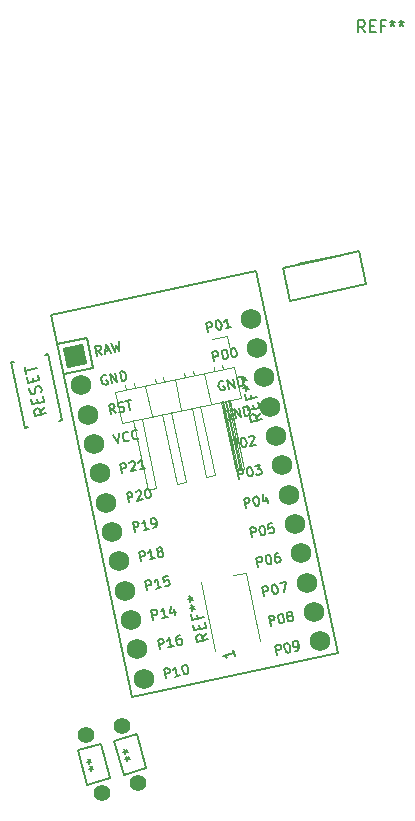
<source format=gbr>
%TF.GenerationSoftware,KiCad,Pcbnew,(6.0.7-1)-1*%
%TF.CreationDate,2022-09-15T11:19:35-04:00*%
%TF.ProjectId,skyline_pcb_right,736b796c-696e-4655-9f70-63625f726967,v1.0.0*%
%TF.SameCoordinates,Original*%
%TF.FileFunction,Legend,Top*%
%TF.FilePolarity,Positive*%
%FSLAX46Y46*%
G04 Gerber Fmt 4.6, Leading zero omitted, Abs format (unit mm)*
G04 Created by KiCad (PCBNEW (6.0.7-1)-1) date 2022-09-15 11:19:35*
%MOMM*%
%LPD*%
G01*
G04 APERTURE LIST*
G04 Aperture macros list*
%AMRotRect*
0 Rectangle, with rotation*
0 The origin of the aperture is its center*
0 $1 length*
0 $2 width*
0 $3 Rotation angle, in degrees counterclockwise*
0 Add horizontal line*
21,1,$1,$2,0,0,$3*%
G04 Aperture macros list end*
%ADD10C,0.150000*%
%ADD11C,0.120000*%
%ADD12C,1.397000*%
%ADD13RotRect,1.752600X1.752600X282.000000*%
%ADD14C,1.752600*%
G04 APERTURE END LIST*
D10*
%TO.C,\u002A\u002A*%
X158781603Y-161204885D02*
X158968089Y-161153168D01*
X158945211Y-161360341D02*
X158968089Y-161153168D01*
X158841777Y-160987370D01*
X159148307Y-161223686D02*
X158968089Y-161153168D01*
X159086247Y-160999903D01*
X158616109Y-160608132D02*
X158802594Y-160556415D01*
X158779717Y-160763587D02*
X158802594Y-160556415D01*
X158676283Y-160390616D01*
X158982813Y-160626933D02*
X158802594Y-160556415D01*
X158920752Y-160403150D01*
%TO.C,REF\u002A\u002A*%
X170253286Y-131885789D02*
X169856806Y-132310844D01*
X170372093Y-132444730D02*
X169393946Y-132652642D01*
X169314741Y-132280015D01*
X169341518Y-132176957D01*
X169378196Y-132120478D01*
X169461453Y-132054098D01*
X169601188Y-132024397D01*
X169704246Y-132051174D01*
X169760725Y-132087852D01*
X169827104Y-132171108D01*
X169906309Y-132543736D01*
X169651818Y-131575489D02*
X169582514Y-131249440D01*
X170065176Y-131000798D02*
X170164181Y-131466583D01*
X169186034Y-131674495D01*
X169087028Y-131208710D01*
X169394404Y-130364449D02*
X169463708Y-130690498D01*
X169976071Y-130581592D02*
X168997923Y-130789504D01*
X168898918Y-130323719D01*
X168790012Y-129811356D02*
X169022904Y-129761854D01*
X168979250Y-130014547D02*
X169022904Y-129761854D01*
X168880244Y-129548762D01*
X169238919Y-129861987D02*
X169022904Y-129761854D01*
X169179516Y-129582516D01*
X168631603Y-129066101D02*
X168864495Y-129016598D01*
X168820841Y-129269292D02*
X168864495Y-129016598D01*
X168721835Y-128803507D01*
X169080510Y-129116731D02*
X168864495Y-129016598D01*
X169021107Y-128837261D01*
%TO.C,RSW1*%
X151994826Y-131377896D02*
X151598345Y-131802951D01*
X152113633Y-131936838D02*
X151135485Y-132144749D01*
X151056280Y-131772122D01*
X151083058Y-131669064D01*
X151119736Y-131612585D01*
X151202992Y-131546206D01*
X151342727Y-131516504D01*
X151445785Y-131543281D01*
X151502264Y-131579959D01*
X151568643Y-131663216D01*
X151647848Y-132035843D01*
X151393358Y-131067596D02*
X151324054Y-130741547D01*
X151806715Y-130492905D02*
X151905721Y-130958690D01*
X150927573Y-131166602D01*
X150828568Y-130700817D01*
X151680932Y-130130178D02*
X151697809Y-129980542D01*
X151648306Y-129747650D01*
X151581927Y-129664394D01*
X151525448Y-129627716D01*
X151422390Y-129600939D01*
X151329233Y-129620740D01*
X151245977Y-129687119D01*
X151209299Y-129743598D01*
X151182522Y-129846656D01*
X151175546Y-130042870D01*
X151148768Y-130145928D01*
X151112090Y-130202407D01*
X151028834Y-130268786D01*
X150935677Y-130288587D01*
X150832620Y-130261810D01*
X150776141Y-130225132D01*
X150709761Y-130141876D01*
X150660258Y-129908983D01*
X150677135Y-129759347D01*
X151007236Y-129251036D02*
X150937932Y-128924987D01*
X151420594Y-128676346D02*
X151519599Y-129142130D01*
X150541452Y-129350042D01*
X150442446Y-128884257D01*
X150383043Y-128604787D02*
X150264236Y-128045845D01*
X151301787Y-128117404D02*
X150323639Y-128325316D01*
%TO.C,REF\u002A\u002A*%
X165713727Y-150508673D02*
X165317247Y-150933728D01*
X165832534Y-151067614D02*
X164854387Y-151275526D01*
X164775182Y-150902899D01*
X164801959Y-150799841D01*
X164838637Y-150743362D01*
X164921894Y-150676982D01*
X165061629Y-150647281D01*
X165164687Y-150674058D01*
X165221166Y-150710736D01*
X165287545Y-150793992D01*
X165366750Y-151166620D01*
X165112259Y-150198373D02*
X165042955Y-149872324D01*
X165525617Y-149623682D02*
X165624622Y-150089467D01*
X164646475Y-150297379D01*
X164547469Y-149831594D01*
X164854845Y-148987333D02*
X164924149Y-149313382D01*
X165436512Y-149204476D02*
X164458364Y-149412388D01*
X164359359Y-148946603D01*
X164250453Y-148434240D02*
X164483345Y-148384738D01*
X164439691Y-148637431D02*
X164483345Y-148384738D01*
X164340685Y-148171646D01*
X164699360Y-148484871D02*
X164483345Y-148384738D01*
X164639957Y-148205400D01*
X164092044Y-147688985D02*
X164324936Y-147639482D01*
X164281282Y-147892176D02*
X164324936Y-147639482D01*
X164182276Y-147426391D01*
X164540951Y-147739615D02*
X164324936Y-147639482D01*
X164481548Y-147460145D01*
X167938827Y-151958687D02*
X168057633Y-152517629D01*
X167998230Y-152238158D02*
X167020082Y-152446070D01*
X167179619Y-152509525D01*
X167292577Y-152582881D01*
X167358956Y-152666137D01*
%TO.C,MCU1*%
X170562997Y-147411725D02*
X170396668Y-146629207D01*
X170694770Y-146565843D01*
X170777216Y-146587265D01*
X170822399Y-146616608D01*
X170875503Y-146683213D01*
X170899264Y-146795001D01*
X170877842Y-146877447D01*
X170848500Y-146922630D01*
X170781895Y-146975734D01*
X170483793Y-147039097D01*
X171328237Y-146431196D02*
X171402763Y-146415355D01*
X171485209Y-146436777D01*
X171530392Y-146466119D01*
X171583495Y-146532724D01*
X171652440Y-146673855D01*
X171692042Y-146860169D01*
X171686461Y-147017140D01*
X171665039Y-147099586D01*
X171635697Y-147144769D01*
X171569092Y-147197873D01*
X171494566Y-147213714D01*
X171412120Y-147192292D01*
X171366937Y-147162950D01*
X171313834Y-147096345D01*
X171244889Y-146955214D01*
X171205287Y-146768900D01*
X171210868Y-146611929D01*
X171232290Y-146529483D01*
X171261632Y-146484300D01*
X171328237Y-146431196D01*
X171849916Y-146320310D02*
X172371594Y-146209423D01*
X172202559Y-147063226D01*
X160116589Y-144438687D02*
X159950260Y-143656169D01*
X160248362Y-143592805D01*
X160330808Y-143614227D01*
X160375991Y-143643570D01*
X160429095Y-143710175D01*
X160452856Y-143821963D01*
X160431434Y-143904409D01*
X160402092Y-143949592D01*
X160335487Y-144002696D01*
X160037385Y-144066059D01*
X161308998Y-144185233D02*
X160861845Y-144280278D01*
X161085421Y-144232756D02*
X160919092Y-143450237D01*
X160868328Y-143577867D01*
X160809643Y-143668233D01*
X160743038Y-143721337D01*
X161661106Y-143643034D02*
X161578660Y-143621612D01*
X161533476Y-143592270D01*
X161480373Y-143525665D01*
X161472452Y-143488402D01*
X161493874Y-143405956D01*
X161523216Y-143360773D01*
X161589822Y-143307669D01*
X161738873Y-143275988D01*
X161821319Y-143297410D01*
X161866502Y-143326752D01*
X161919605Y-143393357D01*
X161927526Y-143430620D01*
X161906104Y-143513066D01*
X161876762Y-143558249D01*
X161810157Y-143611353D01*
X161661106Y-143643034D01*
X161594500Y-143696138D01*
X161565158Y-143741321D01*
X161543736Y-143823767D01*
X161575418Y-143972818D01*
X161628522Y-144039423D01*
X161673705Y-144068766D01*
X161756151Y-144090188D01*
X161905202Y-144058506D01*
X161971807Y-144005402D01*
X162001149Y-143960219D01*
X162022571Y-143877773D01*
X161990889Y-143728722D01*
X161937786Y-143662117D01*
X161892603Y-143632774D01*
X161810157Y-143611353D01*
X157143603Y-128711219D02*
X157061157Y-128689797D01*
X156949368Y-128713558D01*
X156845500Y-128774582D01*
X156786816Y-128864949D01*
X156765394Y-128947395D01*
X156759813Y-129104366D01*
X156783574Y-129216154D01*
X156852519Y-129357285D01*
X156905622Y-129423890D01*
X156995989Y-129482575D01*
X157115698Y-129496076D01*
X157190223Y-129480235D01*
X157294091Y-129419211D01*
X157323433Y-129374028D01*
X157267990Y-129113189D01*
X157118939Y-129144870D01*
X157674639Y-129377269D02*
X157508310Y-128594751D01*
X158121792Y-129282224D01*
X157955463Y-128499706D01*
X158494420Y-129203020D02*
X158328091Y-128420502D01*
X158514404Y-128380899D01*
X158634113Y-128394401D01*
X158724480Y-128453085D01*
X158777583Y-128519690D01*
X158846528Y-128660821D01*
X158870289Y-128772609D01*
X158864708Y-128929581D01*
X158843286Y-129012027D01*
X158784602Y-129102393D01*
X158680734Y-129163417D01*
X158494420Y-129203020D01*
X159060398Y-139469698D02*
X158894069Y-138687180D01*
X159192171Y-138623816D01*
X159274617Y-138645238D01*
X159319800Y-138674581D01*
X159372904Y-138741186D01*
X159396665Y-138852974D01*
X159375243Y-138935420D01*
X159345901Y-138980603D01*
X159279296Y-139033707D01*
X158981194Y-139097070D01*
X159655165Y-138603297D02*
X159684507Y-138558113D01*
X159751112Y-138505010D01*
X159937426Y-138465408D01*
X160019872Y-138486829D01*
X160065055Y-138516172D01*
X160118159Y-138582777D01*
X160134000Y-138657302D01*
X160120499Y-138777011D01*
X159768391Y-139319210D01*
X160252807Y-139216244D01*
X160570893Y-138330760D02*
X160645419Y-138314919D01*
X160727865Y-138336341D01*
X160773048Y-138365683D01*
X160826152Y-138432288D01*
X160895096Y-138573419D01*
X160934698Y-138759733D01*
X160929117Y-138916704D01*
X160907696Y-138999150D01*
X160878353Y-139044334D01*
X160811748Y-139097437D01*
X160737223Y-139113278D01*
X160654777Y-139091856D01*
X160609593Y-139062514D01*
X160556490Y-138995909D01*
X160487545Y-138854778D01*
X160447943Y-138668464D01*
X160453524Y-138511493D01*
X160474946Y-138429047D01*
X160504288Y-138383864D01*
X160570893Y-138330760D01*
X170034902Y-144927230D02*
X169868573Y-144144712D01*
X170166675Y-144081348D01*
X170249121Y-144102770D01*
X170294304Y-144132113D01*
X170347408Y-144198718D01*
X170371169Y-144310506D01*
X170349747Y-144392952D01*
X170320405Y-144438135D01*
X170253800Y-144491239D01*
X169955698Y-144554602D01*
X170800142Y-143946701D02*
X170874668Y-143930860D01*
X170957114Y-143952282D01*
X171002297Y-143981624D01*
X171055400Y-144048229D01*
X171124345Y-144189360D01*
X171163947Y-144375674D01*
X171158366Y-144532645D01*
X171136944Y-144615091D01*
X171107602Y-144660274D01*
X171040997Y-144713378D01*
X170966471Y-144729219D01*
X170884025Y-144707797D01*
X170838842Y-144678455D01*
X170785739Y-144611850D01*
X170716794Y-144470719D01*
X170677192Y-144284405D01*
X170682773Y-144127434D01*
X170704195Y-144044988D01*
X170733537Y-143999805D01*
X170800142Y-143946701D01*
X171731711Y-143748690D02*
X171582660Y-143780372D01*
X171516055Y-143833475D01*
X171486713Y-143878658D01*
X171435948Y-144006288D01*
X171430367Y-144163259D01*
X171493731Y-144461361D01*
X171546835Y-144527966D01*
X171592018Y-144557309D01*
X171674464Y-144578731D01*
X171823515Y-144547049D01*
X171890120Y-144493945D01*
X171919462Y-144448762D01*
X171940884Y-144366316D01*
X171901282Y-144180002D01*
X171848178Y-144113397D01*
X171802995Y-144084055D01*
X171720549Y-144062633D01*
X171571498Y-144094315D01*
X171504893Y-144147418D01*
X171475551Y-144192601D01*
X171454129Y-144275047D01*
X161700876Y-151892172D02*
X161534547Y-151109654D01*
X161832649Y-151046290D01*
X161915095Y-151067712D01*
X161960278Y-151097055D01*
X162013382Y-151163660D01*
X162037143Y-151275448D01*
X162015721Y-151357894D01*
X161986379Y-151403077D01*
X161919774Y-151456181D01*
X161621672Y-151519544D01*
X162893285Y-151638718D02*
X162446132Y-151733763D01*
X162669708Y-151686241D02*
X162503379Y-150903722D01*
X162452615Y-151031352D01*
X162393930Y-151121718D01*
X162327325Y-151174822D01*
X163397685Y-150713632D02*
X163248634Y-150745314D01*
X163182029Y-150798417D01*
X163152687Y-150843600D01*
X163101922Y-150971230D01*
X163096341Y-151128201D01*
X163159705Y-151426303D01*
X163212809Y-151492908D01*
X163257992Y-151522251D01*
X163340438Y-151543673D01*
X163489489Y-151511991D01*
X163556094Y-151458887D01*
X163585436Y-151413704D01*
X163606858Y-151331258D01*
X163567256Y-151144944D01*
X163514152Y-151078339D01*
X163468969Y-151048997D01*
X163386523Y-151027575D01*
X163237472Y-151059257D01*
X163170867Y-151112360D01*
X163141525Y-151157543D01*
X163120103Y-151239989D01*
X158532302Y-136985203D02*
X158365973Y-136202685D01*
X158664075Y-136139321D01*
X158746521Y-136160743D01*
X158791704Y-136190086D01*
X158844808Y-136256691D01*
X158868569Y-136368479D01*
X158847147Y-136450925D01*
X158817805Y-136496108D01*
X158751200Y-136549212D01*
X158453098Y-136612575D01*
X159127069Y-136118802D02*
X159156411Y-136073618D01*
X159223016Y-136020515D01*
X159409330Y-135980913D01*
X159491776Y-136002334D01*
X159536959Y-136031677D01*
X159590063Y-136098282D01*
X159605904Y-136172807D01*
X159592403Y-136292516D01*
X159240295Y-136834715D01*
X159724711Y-136731749D01*
X160469966Y-136573340D02*
X160022813Y-136668385D01*
X160246389Y-136620863D02*
X160080060Y-135838345D01*
X160029296Y-135965974D01*
X159970611Y-136056340D01*
X159904006Y-136109444D01*
X161172780Y-149407677D02*
X161006451Y-148625159D01*
X161304553Y-148561795D01*
X161386999Y-148583217D01*
X161432182Y-148612560D01*
X161485286Y-148679165D01*
X161509047Y-148790953D01*
X161487625Y-148873399D01*
X161458283Y-148918582D01*
X161391678Y-148971686D01*
X161093576Y-149035049D01*
X162365189Y-149154223D02*
X161918036Y-149249268D01*
X162141612Y-149201746D02*
X161975283Y-148419227D01*
X161924519Y-148546857D01*
X161865834Y-148637223D01*
X161799229Y-148690327D01*
X162925032Y-148489976D02*
X163035918Y-149011655D01*
X162675355Y-148231476D02*
X162607848Y-148830020D01*
X163092264Y-148727054D01*
X157744720Y-133737991D02*
X158171889Y-134465066D01*
X158266399Y-133627105D01*
X159124880Y-134184609D02*
X159095537Y-134229792D01*
X158991669Y-134290816D01*
X158917144Y-134306657D01*
X158797435Y-134293156D01*
X158707069Y-134234471D01*
X158653965Y-134167866D01*
X158585021Y-134026735D01*
X158561259Y-133914947D01*
X158566840Y-133757976D01*
X158588262Y-133675530D01*
X158646947Y-133585163D01*
X158750815Y-133524139D01*
X158825340Y-133508298D01*
X158945049Y-133521800D01*
X158990232Y-133551142D01*
X159907398Y-134018280D02*
X159878055Y-134063463D01*
X159774188Y-134124487D01*
X159699662Y-134140328D01*
X159579953Y-134126826D01*
X159489587Y-134068142D01*
X159436483Y-134001537D01*
X159367539Y-133860406D01*
X159343777Y-133748618D01*
X159349358Y-133591646D01*
X159370780Y-133509200D01*
X159429465Y-133418834D01*
X159533333Y-133357810D01*
X159607858Y-133341969D01*
X159727567Y-133355470D01*
X159772750Y-133384813D01*
X159588493Y-141954193D02*
X159422164Y-141171675D01*
X159720266Y-141108311D01*
X159802712Y-141129733D01*
X159847895Y-141159076D01*
X159900999Y-141225681D01*
X159924760Y-141337469D01*
X159903338Y-141419915D01*
X159873996Y-141465098D01*
X159807391Y-141518202D01*
X159509289Y-141581565D01*
X160780902Y-141700739D02*
X160333749Y-141795784D01*
X160557325Y-141748262D02*
X160390996Y-140965743D01*
X160340232Y-141093373D01*
X160281547Y-141183739D01*
X160214942Y-141236843D01*
X161153529Y-141621534D02*
X161302580Y-141589853D01*
X161369186Y-141536749D01*
X161398528Y-141491566D01*
X161449292Y-141363937D01*
X161454873Y-141206965D01*
X161391509Y-140908863D01*
X161338406Y-140842258D01*
X161293223Y-140812916D01*
X161210777Y-140791494D01*
X161061726Y-140823175D01*
X160995120Y-140876279D01*
X160965778Y-140921462D01*
X160944356Y-141003908D01*
X160983958Y-141190222D01*
X161037062Y-141256827D01*
X161082245Y-141286170D01*
X161164691Y-141307591D01*
X161313742Y-141275910D01*
X161380347Y-141222806D01*
X161409690Y-141177623D01*
X161431112Y-141095177D01*
X167061916Y-129199762D02*
X166979470Y-129178340D01*
X166867681Y-129202101D01*
X166763813Y-129263125D01*
X166705129Y-129353492D01*
X166683707Y-129435938D01*
X166678126Y-129592909D01*
X166701887Y-129704697D01*
X166770832Y-129845828D01*
X166823935Y-129912433D01*
X166914302Y-129971118D01*
X167034011Y-129984619D01*
X167108536Y-129968778D01*
X167212404Y-129907754D01*
X167241746Y-129862571D01*
X167186303Y-129601732D01*
X167037252Y-129633413D01*
X167592952Y-129865812D02*
X167426623Y-129083294D01*
X168040105Y-129770767D01*
X167873776Y-128988249D01*
X168412733Y-129691563D02*
X168246404Y-128909045D01*
X168432717Y-128869442D01*
X168552426Y-128882944D01*
X168642793Y-128941628D01*
X168695896Y-129008233D01*
X168764841Y-129149364D01*
X168788602Y-129261152D01*
X168783021Y-129418124D01*
X168761599Y-129500570D01*
X168702915Y-129590936D01*
X168599047Y-129651960D01*
X168412733Y-129691563D01*
X168450615Y-137473745D02*
X168284286Y-136691227D01*
X168582388Y-136627863D01*
X168664834Y-136649285D01*
X168710017Y-136678628D01*
X168763121Y-136745233D01*
X168786882Y-136857021D01*
X168765460Y-136939467D01*
X168736118Y-136984650D01*
X168669513Y-137037754D01*
X168371411Y-137101117D01*
X169215855Y-136493216D02*
X169290381Y-136477375D01*
X169372827Y-136498797D01*
X169418010Y-136528139D01*
X169471113Y-136594744D01*
X169540058Y-136735875D01*
X169579660Y-136922189D01*
X169574079Y-137079160D01*
X169552657Y-137161606D01*
X169523315Y-137206789D01*
X169456710Y-137259893D01*
X169382184Y-137275734D01*
X169299738Y-137254312D01*
X169254555Y-137224970D01*
X169201452Y-137158365D01*
X169132507Y-137017234D01*
X169092905Y-136830920D01*
X169098486Y-136673949D01*
X169119908Y-136591503D01*
X169149250Y-136546320D01*
X169215855Y-136493216D01*
X169737534Y-136382330D02*
X170221950Y-136279364D01*
X170024474Y-136632909D01*
X170136262Y-136609148D01*
X170218708Y-136630570D01*
X170263891Y-136659912D01*
X170316995Y-136726517D01*
X170356597Y-136912831D01*
X170335175Y-136995277D01*
X170305833Y-137040460D01*
X170239228Y-137093564D01*
X170015651Y-137141086D01*
X169933205Y-137119665D01*
X169888022Y-137090322D01*
X162228972Y-154376667D02*
X162062643Y-153594149D01*
X162360745Y-153530785D01*
X162443191Y-153552207D01*
X162488374Y-153581550D01*
X162541478Y-153648155D01*
X162565239Y-153759943D01*
X162543817Y-153842389D01*
X162514475Y-153887572D01*
X162447870Y-153940676D01*
X162149768Y-154004039D01*
X163421381Y-154123213D02*
X162974228Y-154218258D01*
X163197804Y-154170736D02*
X163031475Y-153388217D01*
X162980711Y-153515847D01*
X162922026Y-153606213D01*
X162855421Y-153659317D01*
X163739467Y-153237729D02*
X163813993Y-153221888D01*
X163896439Y-153243310D01*
X163941622Y-153272652D01*
X163994726Y-153339257D01*
X164063670Y-153480388D01*
X164103272Y-153666702D01*
X164097691Y-153823673D01*
X164076270Y-153906119D01*
X164046927Y-153951303D01*
X163980322Y-154004406D01*
X163905797Y-154020247D01*
X163823351Y-153998825D01*
X163778167Y-153969483D01*
X163725064Y-153902878D01*
X163656119Y-153761747D01*
X163616517Y-153575433D01*
X163622098Y-153418462D01*
X163643520Y-153336016D01*
X163672862Y-153290833D01*
X163739467Y-153237729D01*
X167590011Y-131684257D02*
X167507565Y-131662835D01*
X167395776Y-131686596D01*
X167291908Y-131747620D01*
X167233224Y-131837987D01*
X167211802Y-131920433D01*
X167206221Y-132077404D01*
X167229982Y-132189192D01*
X167298927Y-132330323D01*
X167352030Y-132396928D01*
X167442397Y-132455613D01*
X167562106Y-132469114D01*
X167636631Y-132453273D01*
X167740499Y-132392249D01*
X167769841Y-132347066D01*
X167714398Y-132086227D01*
X167565347Y-132117908D01*
X168121047Y-132350307D02*
X167954718Y-131567789D01*
X168568200Y-132255262D01*
X168401871Y-131472744D01*
X168940828Y-132176058D02*
X168774499Y-131393540D01*
X168960812Y-131353937D01*
X169080521Y-131367439D01*
X169170888Y-131426123D01*
X169223991Y-131492728D01*
X169292936Y-131633859D01*
X169316697Y-131745647D01*
X169311116Y-131902619D01*
X169289694Y-131985065D01*
X169231010Y-132075431D01*
X169127142Y-132136455D01*
X168940828Y-132176058D01*
X167922519Y-134989251D02*
X167756190Y-134206733D01*
X168054292Y-134143369D01*
X168136738Y-134164791D01*
X168181921Y-134194134D01*
X168235025Y-134260739D01*
X168258786Y-134372527D01*
X168237364Y-134454973D01*
X168208022Y-134500156D01*
X168141417Y-134553260D01*
X167843315Y-134616623D01*
X168687759Y-134008722D02*
X168762285Y-133992881D01*
X168844731Y-134014303D01*
X168889914Y-134043645D01*
X168943017Y-134110250D01*
X169011962Y-134251381D01*
X169051564Y-134437695D01*
X169045983Y-134594666D01*
X169024561Y-134677112D01*
X168995219Y-134722295D01*
X168928614Y-134775399D01*
X168854088Y-134791240D01*
X168771642Y-134769818D01*
X168726459Y-134740476D01*
X168673356Y-134673871D01*
X168604411Y-134532740D01*
X168564809Y-134346426D01*
X168570390Y-134189455D01*
X168591812Y-134107009D01*
X168621154Y-134061826D01*
X168687759Y-134008722D01*
X169262541Y-133964441D02*
X169291884Y-133919258D01*
X169358489Y-133866154D01*
X169544803Y-133826552D01*
X169627249Y-133847974D01*
X169672432Y-133877316D01*
X169725535Y-133943921D01*
X169741376Y-134018446D01*
X169727875Y-134138155D01*
X169375767Y-134680354D01*
X169860183Y-134577388D01*
X165810136Y-125051271D02*
X165643807Y-124268753D01*
X165941909Y-124205389D01*
X166024355Y-124226811D01*
X166069538Y-124256154D01*
X166122642Y-124322759D01*
X166146403Y-124434547D01*
X166124981Y-124516993D01*
X166095639Y-124562176D01*
X166029034Y-124615280D01*
X165730932Y-124678643D01*
X166575376Y-124070742D02*
X166649902Y-124054901D01*
X166732348Y-124076323D01*
X166777531Y-124105665D01*
X166830634Y-124172270D01*
X166899579Y-124313401D01*
X166939181Y-124499715D01*
X166933600Y-124656686D01*
X166912178Y-124739132D01*
X166882836Y-124784315D01*
X166816231Y-124837419D01*
X166741705Y-124853260D01*
X166659259Y-124831838D01*
X166614076Y-124802496D01*
X166560973Y-124735891D01*
X166492028Y-124594760D01*
X166452426Y-124408446D01*
X166458007Y-124251475D01*
X166479429Y-124169029D01*
X166508771Y-124123846D01*
X166575376Y-124070742D01*
X167747800Y-124639408D02*
X167300647Y-124734453D01*
X167524223Y-124686931D02*
X167357894Y-123904413D01*
X167307130Y-124032042D01*
X167248445Y-124122408D01*
X167181840Y-124175512D01*
X168978710Y-139958240D02*
X168812381Y-139175722D01*
X169110483Y-139112358D01*
X169192929Y-139133780D01*
X169238112Y-139163123D01*
X169291216Y-139229728D01*
X169314977Y-139341516D01*
X169293555Y-139423962D01*
X169264213Y-139469145D01*
X169197608Y-139522249D01*
X168899506Y-139585612D01*
X169743950Y-138977711D02*
X169818476Y-138961870D01*
X169900922Y-138983292D01*
X169946105Y-139012634D01*
X169999208Y-139079239D01*
X170068153Y-139220370D01*
X170107755Y-139406684D01*
X170102174Y-139563655D01*
X170080752Y-139646101D01*
X170051410Y-139691284D01*
X169984805Y-139744388D01*
X169910279Y-139760229D01*
X169827833Y-139738807D01*
X169782650Y-139709465D01*
X169729547Y-139642860D01*
X169660602Y-139501729D01*
X169621000Y-139315415D01*
X169626581Y-139158444D01*
X169648003Y-139075998D01*
X169677345Y-139030815D01*
X169743950Y-138977711D01*
X170730962Y-139040539D02*
X170841848Y-139562218D01*
X170481285Y-138782039D02*
X170413778Y-139380583D01*
X170898194Y-139277617D01*
X169506806Y-142442735D02*
X169340477Y-141660217D01*
X169638579Y-141596853D01*
X169721025Y-141618275D01*
X169766208Y-141647618D01*
X169819312Y-141714223D01*
X169843073Y-141826011D01*
X169821651Y-141908457D01*
X169792309Y-141953640D01*
X169725704Y-142006744D01*
X169427602Y-142070107D01*
X170272046Y-141462206D02*
X170346572Y-141446365D01*
X170429018Y-141467787D01*
X170474201Y-141497129D01*
X170527304Y-141563734D01*
X170596249Y-141704865D01*
X170635851Y-141891179D01*
X170630270Y-142048150D01*
X170608848Y-142130596D01*
X170579506Y-142175779D01*
X170512901Y-142228883D01*
X170438375Y-142244724D01*
X170355929Y-142223302D01*
X170310746Y-142193960D01*
X170257643Y-142127355D01*
X170188698Y-141986224D01*
X170149096Y-141799910D01*
X170154677Y-141642939D01*
X170176099Y-141560493D01*
X170205441Y-141515310D01*
X170272046Y-141462206D01*
X171240878Y-141256274D02*
X170868250Y-141335479D01*
X170910192Y-141716027D01*
X170939534Y-141670844D01*
X171006139Y-141617740D01*
X171192453Y-141578138D01*
X171274899Y-141599560D01*
X171320082Y-141628902D01*
X171373186Y-141695507D01*
X171412788Y-141881821D01*
X171391366Y-141964267D01*
X171362024Y-142009450D01*
X171295419Y-142062554D01*
X171109105Y-142102156D01*
X171026659Y-142080734D01*
X170981476Y-142051392D01*
X156829810Y-126960098D02*
X156489766Y-126642914D01*
X156382656Y-127055144D02*
X156216327Y-126272625D01*
X156514429Y-126209262D01*
X156596875Y-126230684D01*
X156642058Y-126260026D01*
X156695162Y-126326631D01*
X156718923Y-126438420D01*
X156697502Y-126520865D01*
X156668159Y-126566049D01*
X156601554Y-126619152D01*
X156303452Y-126682516D01*
X157080389Y-126673158D02*
X157453017Y-126593954D01*
X157053386Y-126912576D02*
X157147896Y-126074614D01*
X157575065Y-126801689D01*
X157595049Y-125979569D02*
X157947693Y-126722485D01*
X157977937Y-126131862D01*
X158245795Y-126659121D01*
X158265779Y-125837001D01*
X160644685Y-146923182D02*
X160478356Y-146140664D01*
X160776458Y-146077300D01*
X160858904Y-146098722D01*
X160904087Y-146128065D01*
X160957191Y-146194670D01*
X160980952Y-146306458D01*
X160959530Y-146388904D01*
X160930188Y-146434087D01*
X160863583Y-146487191D01*
X160565481Y-146550554D01*
X161837094Y-146669728D02*
X161389941Y-146764773D01*
X161613517Y-146717251D02*
X161447188Y-145934732D01*
X161396424Y-146062362D01*
X161337739Y-146152728D01*
X161271134Y-146205832D01*
X162378757Y-145736721D02*
X162006129Y-145815926D01*
X162048071Y-146196474D01*
X162077413Y-146151291D01*
X162144018Y-146098187D01*
X162330332Y-146058585D01*
X162412778Y-146080007D01*
X162457961Y-146109349D01*
X162511065Y-146175954D01*
X162550667Y-146362268D01*
X162529245Y-146444714D01*
X162499903Y-146489897D01*
X162433298Y-146543001D01*
X162246984Y-146582603D01*
X162164538Y-146561181D01*
X162119355Y-146531839D01*
X171619189Y-152380715D02*
X171452860Y-151598197D01*
X171750962Y-151534833D01*
X171833408Y-151556255D01*
X171878591Y-151585598D01*
X171931695Y-151652203D01*
X171955456Y-151763991D01*
X171934034Y-151846437D01*
X171904692Y-151891620D01*
X171838087Y-151944724D01*
X171539985Y-152008087D01*
X172384429Y-151400186D02*
X172458955Y-151384345D01*
X172541401Y-151405767D01*
X172586584Y-151435109D01*
X172639687Y-151501714D01*
X172708632Y-151642845D01*
X172748234Y-151829159D01*
X172742653Y-151986130D01*
X172721231Y-152068576D01*
X172691889Y-152113759D01*
X172625284Y-152166863D01*
X172550758Y-152182704D01*
X172468312Y-152161282D01*
X172423129Y-152131940D01*
X172370026Y-152065335D01*
X172301081Y-151924204D01*
X172261479Y-151737890D01*
X172267060Y-151580919D01*
X172288482Y-151498473D01*
X172317824Y-151453290D01*
X172384429Y-151400186D01*
X173184225Y-152048056D02*
X173333276Y-152016375D01*
X173399882Y-151963271D01*
X173429224Y-151918088D01*
X173479988Y-151790459D01*
X173485569Y-151633487D01*
X173422205Y-151335385D01*
X173369102Y-151268780D01*
X173323919Y-151239438D01*
X173241473Y-151218016D01*
X173092422Y-151249697D01*
X173025816Y-151302801D01*
X172996474Y-151347984D01*
X172975052Y-151430430D01*
X173014654Y-151616744D01*
X173067758Y-151683349D01*
X173112941Y-151712692D01*
X173195387Y-151734113D01*
X173344438Y-151702432D01*
X173411043Y-151649328D01*
X173440386Y-151604145D01*
X173461808Y-151521699D01*
X166338232Y-127535766D02*
X166171903Y-126753248D01*
X166470005Y-126689884D01*
X166552451Y-126711306D01*
X166597634Y-126740649D01*
X166650738Y-126807254D01*
X166674499Y-126919042D01*
X166653077Y-127001488D01*
X166623735Y-127046671D01*
X166557130Y-127099775D01*
X166259028Y-127163138D01*
X167103472Y-126555237D02*
X167177998Y-126539396D01*
X167260444Y-126560818D01*
X167305627Y-126590160D01*
X167358730Y-126656765D01*
X167427675Y-126797896D01*
X167467277Y-126984210D01*
X167461696Y-127141181D01*
X167440274Y-127223627D01*
X167410932Y-127268810D01*
X167344327Y-127321914D01*
X167269801Y-127337755D01*
X167187355Y-127316333D01*
X167142172Y-127286991D01*
X167089069Y-127220386D01*
X167020124Y-127079255D01*
X166980522Y-126892941D01*
X166986103Y-126735970D01*
X167007525Y-126653524D01*
X167036867Y-126608341D01*
X167103472Y-126555237D01*
X167848727Y-126396828D02*
X167923253Y-126380987D01*
X168005699Y-126402409D01*
X168050882Y-126431751D01*
X168103986Y-126498356D01*
X168172930Y-126639487D01*
X168212532Y-126825801D01*
X168206951Y-126982772D01*
X168185530Y-127065218D01*
X168156187Y-127110402D01*
X168089582Y-127163505D01*
X168015057Y-127179346D01*
X167932611Y-127157924D01*
X167887427Y-127128582D01*
X167834324Y-127061977D01*
X167765379Y-126920846D01*
X167725777Y-126734532D01*
X167731358Y-126577561D01*
X167752780Y-126495115D01*
X167782122Y-126449932D01*
X167848727Y-126396828D01*
X171091093Y-149896220D02*
X170924764Y-149113702D01*
X171222866Y-149050338D01*
X171305312Y-149071760D01*
X171350495Y-149101103D01*
X171403599Y-149167708D01*
X171427360Y-149279496D01*
X171405938Y-149361942D01*
X171376596Y-149407125D01*
X171309991Y-149460229D01*
X171011889Y-149523592D01*
X171856333Y-148915691D02*
X171930859Y-148899850D01*
X172013305Y-148921272D01*
X172058488Y-148950614D01*
X172111591Y-149017219D01*
X172180536Y-149158350D01*
X172220138Y-149344664D01*
X172214557Y-149501635D01*
X172193135Y-149584081D01*
X172163793Y-149629264D01*
X172097188Y-149682368D01*
X172022662Y-149698209D01*
X171940216Y-149676787D01*
X171895033Y-149647445D01*
X171841930Y-149580840D01*
X171772985Y-149439709D01*
X171733383Y-149253395D01*
X171738964Y-149096424D01*
X171760386Y-149013978D01*
X171789728Y-148968795D01*
X171856333Y-148915691D01*
X172635610Y-149100567D02*
X172553164Y-149079145D01*
X172507980Y-149049803D01*
X172454877Y-148983198D01*
X172446956Y-148945935D01*
X172468378Y-148863489D01*
X172497720Y-148818306D01*
X172564326Y-148765202D01*
X172713377Y-148733521D01*
X172795823Y-148754943D01*
X172841006Y-148784285D01*
X172894109Y-148850890D01*
X172902030Y-148888153D01*
X172880608Y-148970599D01*
X172851266Y-149015782D01*
X172784661Y-149068886D01*
X172635610Y-149100567D01*
X172569004Y-149153671D01*
X172539662Y-149198854D01*
X172518240Y-149281300D01*
X172549922Y-149430351D01*
X172603026Y-149496956D01*
X172648209Y-149526299D01*
X172730655Y-149547721D01*
X172879706Y-149516039D01*
X172946311Y-149462935D01*
X172975653Y-149417752D01*
X172997075Y-149335306D01*
X172965393Y-149186255D01*
X172912290Y-149119650D01*
X172867107Y-149090307D01*
X172784661Y-149068886D01*
X157997790Y-131905327D02*
X157657746Y-131588142D01*
X157550637Y-132000372D02*
X157384307Y-131217854D01*
X157682410Y-131154491D01*
X157764855Y-131175912D01*
X157810039Y-131205255D01*
X157863142Y-131271860D01*
X157886904Y-131383648D01*
X157865482Y-131466094D01*
X157836139Y-131511277D01*
X157769534Y-131564381D01*
X157471432Y-131627745D01*
X158287972Y-131804701D02*
X158407680Y-131818202D01*
X158593994Y-131778600D01*
X158660599Y-131725496D01*
X158689942Y-131680313D01*
X158711363Y-131597867D01*
X158695523Y-131523341D01*
X158642419Y-131456736D01*
X158597236Y-131427394D01*
X158514790Y-131405972D01*
X158357818Y-131400391D01*
X158275372Y-131378969D01*
X158230189Y-131349627D01*
X158177085Y-131283022D01*
X158161244Y-131208496D01*
X158182666Y-131126050D01*
X158212009Y-131080867D01*
X158278614Y-131027763D01*
X158464928Y-130988161D01*
X158584636Y-131001663D01*
X158800292Y-130916877D02*
X159247446Y-130821832D01*
X159190198Y-131651873D02*
X159023869Y-130869355D01*
%TO.C,REF\u002A\u002A*%
X179074453Y-99672133D02*
X178741120Y-99195943D01*
X178503025Y-99672133D02*
X178503025Y-98672133D01*
X178883977Y-98672133D01*
X178979215Y-98719753D01*
X179026834Y-98767372D01*
X179074453Y-98862610D01*
X179074453Y-99005467D01*
X179026834Y-99100705D01*
X178979215Y-99148324D01*
X178883977Y-99195943D01*
X178503025Y-99195943D01*
X179503025Y-99148324D02*
X179836358Y-99148324D01*
X179979215Y-99672133D02*
X179503025Y-99672133D01*
X179503025Y-98672133D01*
X179979215Y-98672133D01*
X180741120Y-99148324D02*
X180407787Y-99148324D01*
X180407787Y-99672133D02*
X180407787Y-98672133D01*
X180883977Y-98672133D01*
X181407787Y-98672133D02*
X181407787Y-98910229D01*
X181169691Y-98814991D02*
X181407787Y-98910229D01*
X181645882Y-98814991D01*
X181264929Y-99100705D02*
X181407787Y-98910229D01*
X181550644Y-99100705D01*
X182169691Y-98672133D02*
X182169691Y-98910229D01*
X181931596Y-98814991D02*
X182169691Y-98910229D01*
X182407787Y-98814991D01*
X182026834Y-99100705D02*
X182169691Y-98910229D01*
X182312548Y-99100705D01*
%TO.C,\u002A\u002A*%
X155709960Y-162036788D02*
X155896446Y-161985071D01*
X155873568Y-162192244D02*
X155896446Y-161985071D01*
X155770134Y-161819273D01*
X156076664Y-162055589D02*
X155896446Y-161985071D01*
X156014604Y-161831806D01*
X155544466Y-161440035D02*
X155730951Y-161388318D01*
X155708074Y-161595490D02*
X155730951Y-161388318D01*
X155604640Y-161222519D01*
X155911170Y-161458836D02*
X155730951Y-161388318D01*
X155849109Y-161235053D01*
X159781427Y-159100376D02*
X157852701Y-159635259D01*
X158655025Y-162528348D02*
X160583751Y-161993465D01*
X160583751Y-161993465D02*
X159781427Y-159100376D01*
X157852701Y-159635259D02*
X158655025Y-162528348D01*
D11*
%TO.C,REF\u002A\u002A*%
X160172137Y-132374116D02*
X161419607Y-138243001D01*
X159536537Y-129383849D02*
X159619092Y-129772243D01*
X167566933Y-130802303D02*
X168814403Y-136671189D01*
X166260574Y-128023180D02*
X166329185Y-128345969D01*
X166980045Y-130927050D02*
X168227515Y-136795936D01*
X162974138Y-129059106D02*
X163527184Y-131660979D01*
X158793144Y-129541862D02*
X158875700Y-129930256D01*
X162021031Y-128855753D02*
X162103587Y-129244147D01*
X167449555Y-130827253D02*
X168697026Y-136696138D01*
X167332178Y-130852202D02*
X168579648Y-136721088D01*
X164505526Y-128327658D02*
X164588082Y-128716052D01*
X167097422Y-130902101D02*
X168344892Y-136770987D01*
X168001817Y-127990440D02*
X157946460Y-130127772D01*
X167214800Y-130877152D02*
X168462270Y-136746037D01*
X167625622Y-130789829D02*
X168873092Y-136658714D01*
X157946460Y-130127772D02*
X158499505Y-132729645D01*
X167003966Y-127865167D02*
X167072577Y-128187956D01*
X168873092Y-136658714D02*
X168129700Y-136816727D01*
X163762134Y-128485671D02*
X163844690Y-128874065D01*
X163160710Y-137872919D02*
X161913240Y-132004033D01*
X166388597Y-137186810D02*
X165645205Y-137344823D01*
X166137440Y-125616183D02*
X167379688Y-125352135D01*
X158499505Y-132729645D02*
X168554862Y-130592313D01*
X160676215Y-138401014D02*
X159428745Y-132532129D01*
X168554862Y-130592313D02*
X168001817Y-127990440D01*
X165141127Y-131317924D02*
X166388597Y-137186810D01*
X161419607Y-138243001D02*
X160676215Y-138401014D01*
X161277639Y-129013766D02*
X161360195Y-129402160D01*
X168129700Y-136816727D02*
X166882230Y-130947842D01*
X167379688Y-125352135D02*
X167643735Y-126594382D01*
X163904102Y-137714906D02*
X163160710Y-137872919D01*
X165645205Y-137344823D02*
X164397735Y-131475937D01*
X165458633Y-128531010D02*
X166011678Y-131132883D01*
X160489644Y-129587202D02*
X161042689Y-132189074D01*
X162656632Y-131846020D02*
X163904102Y-137714906D01*
D10*
%TO.C,RSW1*%
X150277876Y-133171688D02*
X150522413Y-133119710D01*
X149092780Y-127596247D02*
X149337316Y-127544269D01*
X152222852Y-126930930D02*
X151978315Y-126982908D01*
X150277876Y-133171688D02*
X149092780Y-127596247D01*
X153407948Y-132506371D02*
X153163412Y-132558349D01*
X153407948Y-132506371D02*
X152222852Y-126930930D01*
D11*
%TO.C,REF\u002A\u002A*%
X170204650Y-151206883D02*
X168977971Y-145435812D01*
X166389875Y-152017738D02*
X165163196Y-146246667D01*
X168977971Y-145435812D02*
X167926463Y-145659317D01*
D10*
%TO.C,T1*%
X175343238Y-118910247D02*
X178571125Y-118224138D01*
X179163674Y-121011859D02*
X178571125Y-118224138D01*
X172115351Y-119596355D02*
X172707899Y-122384076D01*
X172707899Y-122384076D02*
X179163674Y-121011859D01*
X175343238Y-118910247D02*
X172115351Y-119596355D01*
X177250626Y-118504819D02*
X173435850Y-119315675D01*
%TO.C,MCU1*%
X176758817Y-152216637D02*
X169893573Y-119918203D01*
X155514700Y-125571272D02*
X156042795Y-128055767D01*
X169893573Y-119918203D02*
X152502109Y-123614873D01*
X155514700Y-125571272D02*
X153030205Y-126099367D01*
X152502109Y-123614873D02*
X159367353Y-155913306D01*
X156042795Y-128055767D02*
X153558300Y-128583862D01*
X159367353Y-155913306D02*
X176758817Y-152216637D01*
%TO.C,\u002A\u002A*%
X157512108Y-162825368D02*
X156709784Y-159932279D01*
X155583382Y-163360251D02*
X157512108Y-162825368D01*
X154781058Y-160467162D02*
X155583382Y-163360251D01*
X156709784Y-159932279D02*
X154781058Y-160467162D01*
%TD*%
D12*
%TO.C,\u002A\u002A*%
X158539441Y-158366741D03*
X159897011Y-163261983D03*
%TD*%
D13*
%TO.C,MCU1*%
X154536500Y-127077567D03*
D14*
X155064596Y-129562062D03*
X155592691Y-132046557D03*
X156120787Y-134531052D03*
X156648883Y-137015547D03*
X157176978Y-139500042D03*
X157705074Y-141984537D03*
X158233170Y-144469031D03*
X158761266Y-146953526D03*
X159289361Y-149438021D03*
X159817457Y-151922516D03*
X160345553Y-154407011D03*
X169443469Y-123908993D03*
X169971565Y-126393488D03*
X170499661Y-128877983D03*
X171027756Y-131362478D03*
X171555852Y-133846973D03*
X172083948Y-136331467D03*
X172612044Y-138815962D03*
X173140139Y-141300457D03*
X173668235Y-143784952D03*
X174196331Y-146269447D03*
X174724426Y-148753942D03*
X175252522Y-151238437D03*
%TD*%
D12*
%TO.C,\u002A\u002A*%
X155467798Y-159198644D03*
X156825368Y-164093886D03*
%TD*%
M02*

</source>
